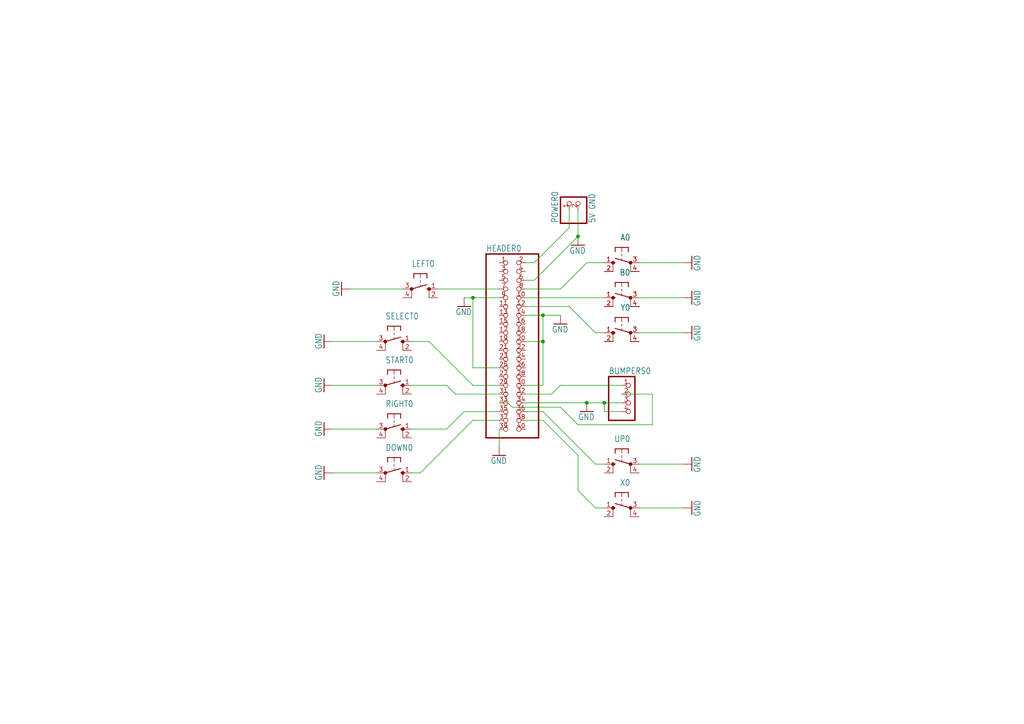
<source format=kicad_sch>
(kicad_sch (version 20230121) (generator eeschema)
  (paper "A4")
  (lib_symbols
    (symbol "working-eagle-import:10-XX"
      (property "Reference" "S" (at -6.35 -2.54 90))
      (symbol "10-XX_1_0"
        (circle (center 0 -2.54) (radius 0.127) (stroke (width 0.4064)))
        (polyline (pts (xy -4.445 -1.905) (xy -3.175 -1.905)) (stroke (width 0.254)))
        (polyline (pts (xy -4.445 0) (xy -4.445 -1.905)) (stroke (width 0.254)))
        (polyline (pts (xy -4.445 0) (xy -3.175 0)) (stroke (width 0.1524)))
        (polyline (pts (xy -4.445 1.905) (xy -4.445 0)) (stroke (width 0.254)))
        (polyline (pts (xy -4.445 1.905) (xy -3.175 1.905)) (stroke (width 0.254)))
        (polyline (pts (xy -2.54 0) (xy -1.905 0)) (stroke (width 0.1524)))
        (polyline (pts (xy -1.27 0) (xy -0.635 0)) (stroke (width 0.1524)))
        (polyline (pts (xy 0 -2.54) (xy -1.27 1.905)) (stroke (width 0.254)))
        (polyline (pts (xy 0 1.905) (xy 0 2.54)) (stroke (width 0.254)))
        (polyline (pts (xy 2.54 -2.54) (xy 0 -2.54)) (stroke (width 0.1524)))
        (polyline (pts (xy 2.54 2.54) (xy 0 2.54)) (stroke (width 0.1524)))
        (circle (center 0 2.54) (radius 0.127) (stroke (width 0.4064)))
        (pin passive line (at 0 5.08 270) (length 2.54) (name "S") (number "1"))
        (pin passive line (at 2.54 5.08 270) (length 2.54) (name "S1") (number "2"))
        (pin passive line (at 0 -5.08 90) (length 2.54) (name "P") (number "3"))
        (pin passive line (at 2.54 -5.08 90) (length 2.54) (name "P1") (number "4"))
      )
    )
    (symbol "working-eagle-import:GND" (power)
      (property "Value" "GND" (at -2.54 -2.54 0))
      (symbol "GND_1_0"
        (polyline (pts (xy -1.905 0) (xy 1.905 0)) (stroke (width 0.254)))
        (pin power_in line (at 0 2.54 270) (length 2.54) (name "GND") (number "1"))
      )
    )
    (symbol "working-eagle-import:PINHD-1X2"
      (property "Reference" "JP" (at -6.35 5.715 0))
      (symbol "PINHD-1X2_1_0"
        (polyline (pts (xy -6.35 -2.54) (xy 1.27 -2.54)) (stroke (width 0.4064)))
        (polyline (pts (xy -6.35 5.08) (xy -6.35 -2.54)) (stroke (width 0.4064)))
        (polyline (pts (xy 1.27 -2.54) (xy 1.27 5.08)) (stroke (width 0.4064)))
        (polyline (pts (xy 1.27 5.08) (xy -6.35 5.08)) (stroke (width 0.4064)))
        (pin passive inverted (at -2.54 2.54 0) (length 2.54) (name "1") (number "1"))
        (pin passive inverted (at -2.54 0 0) (length 2.54) (name "2") (number "2"))
      )
    )
    (symbol "working-eagle-import:PINHD-1X4"
      (property "Reference" "JP" (at -6.35 8.255 0))
      (symbol "PINHD-1X4_1_0"
        (polyline (pts (xy -6.35 -5.08) (xy 1.27 -5.08)) (stroke (width 0.4064)))
        (polyline (pts (xy -6.35 7.62) (xy -6.35 -5.08)) (stroke (width 0.4064)))
        (polyline (pts (xy 1.27 -5.08) (xy 1.27 7.62)) (stroke (width 0.4064)))
        (polyline (pts (xy 1.27 7.62) (xy -6.35 7.62)) (stroke (width 0.4064)))
        (pin passive inverted (at -2.54 5.08 0) (length 2.54) (name "1") (number "1"))
        (pin passive inverted (at -2.54 2.54 0) (length 2.54) (name "2") (number "2"))
        (pin passive inverted (at -2.54 0 0) (length 2.54) (name "3") (number "3"))
        (pin passive inverted (at -2.54 -2.54 0) (length 2.54) (name "4") (number "4"))
      )
    )
    (symbol "working-eagle-import:PINHD-2X20"
      (property "Reference" "JP" (at -6.35 26.035 0))
      (symbol "PINHD-2X20_1_0"
        (polyline (pts (xy -6.35 -27.94) (xy 8.89 -27.94)) (stroke (width 0.4064)))
        (polyline (pts (xy -6.35 25.4) (xy -6.35 -27.94)) (stroke (width 0.4064)))
        (polyline (pts (xy 8.89 -27.94) (xy 8.89 25.4)) (stroke (width 0.4064)))
        (polyline (pts (xy 8.89 25.4) (xy -6.35 25.4)) (stroke (width 0.4064)))
        (pin passive inverted (at -2.54 22.86 0) (length 2.54) (name "1") (number "1"))
        (pin passive inverted (at 5.08 12.7 180) (length 2.54) (name "10") (number "10"))
        (pin passive inverted (at -2.54 10.16 0) (length 2.54) (name "11") (number "11"))
        (pin passive inverted (at 5.08 10.16 180) (length 2.54) (name "12") (number "12"))
        (pin passive inverted (at -2.54 7.62 0) (length 2.54) (name "13") (number "13"))
        (pin passive inverted (at 5.08 7.62 180) (length 2.54) (name "14") (number "14"))
        (pin passive inverted (at -2.54 5.08 0) (length 2.54) (name "15") (number "15"))
        (pin passive inverted (at 5.08 5.08 180) (length 2.54) (name "16") (number "16"))
        (pin passive inverted (at -2.54 2.54 0) (length 2.54) (name "17") (number "17"))
        (pin passive inverted (at 5.08 2.54 180) (length 2.54) (name "18") (number "18"))
        (pin passive inverted (at -2.54 0 0) (length 2.54) (name "19") (number "19"))
        (pin passive inverted (at 5.08 22.86 180) (length 2.54) (name "2") (number "2"))
        (pin passive inverted (at 5.08 0 180) (length 2.54) (name "20") (number "20"))
        (pin passive inverted (at -2.54 -2.54 0) (length 2.54) (name "21") (number "21"))
        (pin passive inverted (at 5.08 -2.54 180) (length 2.54) (name "22") (number "22"))
        (pin passive inverted (at -2.54 -5.08 0) (length 2.54) (name "23") (number "23"))
        (pin passive inverted (at 5.08 -5.08 180) (length 2.54) (name "24") (number "24"))
        (pin passive inverted (at -2.54 -7.62 0) (length 2.54) (name "25") (number "25"))
        (pin passive inverted (at 5.08 -7.62 180) (length 2.54) (name "26") (number "26"))
        (pin passive inverted (at -2.54 -10.16 0) (length 2.54) (name "27") (number "27"))
        (pin passive inverted (at 5.08 -10.16 180) (length 2.54) (name "28") (number "28"))
        (pin passive inverted (at -2.54 -12.7 0) (length 2.54) (name "29") (number "29"))
        (pin passive inverted (at -2.54 20.32 0) (length 2.54) (name "3") (number "3"))
        (pin passive inverted (at 5.08 -12.7 180) (length 2.54) (name "30") (number "30"))
        (pin passive inverted (at -2.54 -15.24 0) (length 2.54) (name "31") (number "31"))
        (pin passive inverted (at 5.08 -15.24 180) (length 2.54) (name "32") (number "32"))
        (pin passive inverted (at -2.54 -17.78 0) (length 2.54) (name "33") (number "33"))
        (pin passive inverted (at 5.08 -17.78 180) (length 2.54) (name "34") (number "34"))
        (pin passive inverted (at -2.54 -20.32 0) (length 2.54) (name "35") (number "35"))
        (pin passive inverted (at 5.08 -20.32 180) (length 2.54) (name "36") (number "36"))
        (pin passive inverted (at -2.54 -22.86 0) (length 2.54) (name "37") (number "37"))
        (pin passive inverted (at 5.08 -22.86 180) (length 2.54) (name "38") (number "38"))
        (pin passive inverted (at -2.54 -25.4 0) (length 2.54) (name "39") (number "39"))
        (pin passive inverted (at 5.08 20.32 180) (length 2.54) (name "4") (number "4"))
        (pin passive inverted (at 5.08 -25.4 180) (length 2.54) (name "40") (number "40"))
        (pin passive inverted (at -2.54 17.78 0) (length 2.54) (name "5") (number "5"))
        (pin passive inverted (at 5.08 17.78 180) (length 2.54) (name "6") (number "6"))
        (pin passive inverted (at -2.54 15.24 0) (length 2.54) (name "7") (number "7"))
        (pin passive inverted (at 5.08 15.24 180) (length 2.54) (name "8") (number "8"))
        (pin passive inverted (at -2.54 12.7 0) (length 2.54) (name "9") (number "9"))
      )
    )
  )
  (junction (at 157.48 99.06))
  (junction (at 167.64 68.58))
  (junction (at 175.26 116.84))
  (junction (at 137.16 86.36))
  (junction (at 157.48 91.44))
  (junction (at 170.18 116.84))
  (wire (pts (xy 129.54 124.46) (xy 119.38 124.46)) (stroke (width 0.1524)))
  (wire (pts (xy 121.92 137.16) (xy 119.38 137.16)) (stroke (width 0.1524)))
  (wire (pts (xy 144.78 121.92) (xy 137.16 121.92)) (stroke (width 0.1524)))
  (wire (pts (xy 189.23 123.19) (xy 189.23 114.3)) (stroke (width 0.1524)))
  (wire (pts (xy 189.23 114.3) (xy 180.34 114.3)) (stroke (width 0.1524)))
  (wire (pts (xy 127 83.82) (xy 144.78 83.82)) (stroke (width 0.1524)))
  (wire (pts (xy 157.48 99.06) (xy 157.48 111.76)) (stroke (width 0.1524)))
  (wire (pts (xy 134.62 86.36) (xy 137.16 86.36)) (stroke (width 0.1524)))
  (wire (pts (xy 175.26 86.36) (xy 152.4 86.36)) (stroke (width 0.1524)))
  (wire (pts (xy 165.1 88.9) (xy 152.4 88.9)) (stroke (width 0.1524)))
  (wire (pts (xy 109.22 111.76) (xy 96.52 111.76)) (stroke (width 0.1524)))
  (wire (pts (xy 185.42 76.2) (xy 198.12 76.2)) (stroke (width 0.1524)))
  (wire (pts (xy 165.1 60.96) (xy 165.1 66.04)) (stroke (width 0.1524)))
  (wire (pts (xy 170.18 76.2) (xy 162.56 83.82)) (stroke (width 0.1524)))
  (wire (pts (xy 144.78 116.84) (xy 147.32 116.84)) (stroke (width 0.1524)))
  (wire (pts (xy 160.02 114.3) (xy 152.4 114.3)) (stroke (width 0.1524)))
  (wire (pts (xy 119.38 99.06) (xy 124.46 99.06)) (stroke (width 0.1524)))
  (wire (pts (xy 167.64 68.58) (xy 154.94 81.28)) (stroke (width 0.1524)))
  (wire (pts (xy 170.18 116.84) (xy 152.4 116.84)) (stroke (width 0.1524)))
  (wire (pts (xy 137.16 106.68) (xy 137.16 86.36)) (stroke (width 0.1524)))
  (wire (pts (xy 185.42 86.36) (xy 198.12 86.36)) (stroke (width 0.1524)))
  (wire (pts (xy 134.62 119.38) (xy 129.54 124.46)) (stroke (width 0.1524)))
  (wire (pts (xy 157.48 121.92) (xy 167.64 132.08)) (stroke (width 0.1524)))
  (wire (pts (xy 144.78 119.38) (xy 134.62 119.38)) (stroke (width 0.1524)))
  (wire (pts (xy 167.64 142.24) (xy 172.72 147.32)) (stroke (width 0.1524)))
  (wire (pts (xy 167.64 132.08) (xy 167.64 142.24)) (stroke (width 0.1524)))
  (wire (pts (xy 185.42 96.52) (xy 198.12 96.52)) (stroke (width 0.1524)))
  (wire (pts (xy 175.26 119.38) (xy 175.26 116.84)) (stroke (width 0.1524)))
  (wire (pts (xy 129.54 111.76) (xy 132.08 114.3)) (stroke (width 0.1524)))
  (wire (pts (xy 157.48 91.44) (xy 157.48 99.06)) (stroke (width 0.1524)))
  (wire (pts (xy 137.16 86.36) (xy 144.78 86.36)) (stroke (width 0.1524)))
  (wire (pts (xy 154.94 76.2) (xy 152.4 76.2)) (stroke (width 0.1524)))
  (wire (pts (xy 162.56 83.82) (xy 152.4 83.82)) (stroke (width 0.1524)))
  (wire (pts (xy 124.46 99.06) (xy 137.16 111.76)) (stroke (width 0.1524)))
  (wire (pts (xy 172.72 96.52) (xy 165.1 88.9)) (stroke (width 0.1524)))
  (wire (pts (xy 109.22 99.06) (xy 96.52 99.06)) (stroke (width 0.1524)))
  (wire (pts (xy 144.78 129.54) (xy 144.78 124.46)) (stroke (width 0.1524)))
  (wire (pts (xy 165.1 66.04) (xy 154.94 76.2)) (stroke (width 0.1524)))
  (wire (pts (xy 172.72 147.32) (xy 175.26 147.32)) (stroke (width 0.1524)))
  (wire (pts (xy 157.48 119.38) (xy 172.72 134.62)) (stroke (width 0.1524)))
  (wire (pts (xy 157.48 99.06) (xy 152.4 99.06)) (stroke (width 0.1524)))
  (wire (pts (xy 167.64 60.96) (xy 167.64 68.58)) (stroke (width 0.1524)))
  (wire (pts (xy 180.34 116.84) (xy 175.26 116.84)) (stroke (width 0.1524)))
  (wire (pts (xy 185.42 134.62) (xy 198.12 134.62)) (stroke (width 0.1524)))
  (wire (pts (xy 175.26 116.84) (xy 170.18 116.84)) (stroke (width 0.1524)))
  (wire (pts (xy 175.26 76.2) (xy 170.18 76.2)) (stroke (width 0.1524)))
  (wire (pts (xy 119.38 111.76) (xy 129.54 111.76)) (stroke (width 0.1524)))
  (wire (pts (xy 180.34 111.76) (xy 162.56 111.76)) (stroke (width 0.1524)))
  (wire (pts (xy 185.42 147.32) (xy 198.12 147.32)) (stroke (width 0.1524)))
  (wire (pts (xy 137.16 121.92) (xy 121.92 137.16)) (stroke (width 0.1524)))
  (wire (pts (xy 148.59 118.11) (xy 162.56 118.11)) (stroke (width 0.1524)))
  (wire (pts (xy 172.72 134.62) (xy 175.26 134.62)) (stroke (width 0.1524)))
  (wire (pts (xy 152.4 121.92) (xy 157.48 121.92)) (stroke (width 0.1524)))
  (wire (pts (xy 180.34 119.38) (xy 175.26 119.38)) (stroke (width 0.1524)))
  (wire (pts (xy 152.4 119.38) (xy 157.48 119.38)) (stroke (width 0.1524)))
  (wire (pts (xy 109.22 137.16) (xy 96.52 137.16)) (stroke (width 0.1524)))
  (wire (pts (xy 162.56 118.11) (xy 167.64 123.19)) (stroke (width 0.1524)))
  (wire (pts (xy 137.16 111.76) (xy 144.78 111.76)) (stroke (width 0.1524)))
  (wire (pts (xy 116.84 83.82) (xy 101.6 83.82)) (stroke (width 0.1524)))
  (wire (pts (xy 175.26 96.52) (xy 172.72 96.52)) (stroke (width 0.1524)))
  (wire (pts (xy 162.56 91.44) (xy 157.48 91.44)) (stroke (width 0.1524)))
  (wire (pts (xy 109.22 124.46) (xy 96.52 124.46)) (stroke (width 0.1524)))
  (wire (pts (xy 157.48 91.44) (xy 152.4 91.44)) (stroke (width 0.1524)))
  (wire (pts (xy 154.94 81.28) (xy 152.4 81.28)) (stroke (width 0.1524)))
  (wire (pts (xy 137.16 106.68) (xy 144.78 106.68)) (stroke (width 0.1524)))
  (wire (pts (xy 162.56 111.76) (xy 160.02 114.3)) (stroke (width 0.1524)))
  (wire (pts (xy 167.64 123.19) (xy 189.23 123.19)) (stroke (width 0.1524)))
  (wire (pts (xy 157.48 111.76) (xy 152.4 111.76)) (stroke (width 0.1524)))
  (wire (pts (xy 132.08 114.3) (xy 144.78 114.3)) (stroke (width 0.1524)))
  (wire (pts (xy 147.32 116.84) (xy 148.59 118.11)) (stroke (width 0.1524)))
  (symbol (lib_id "working-eagle-import:10-XX") (at 114.3 137.16 270) (unit 1)
    (property "Reference" "DOWN0" (at 111.76 130.81 90) (effects (font (size 1.778 1.5113)) (justify left bottom)))
    (property "Value" "10-XX" (effects hide))
    (property "Footprint" "working:B3F-10XX" (effects hide))
  )
  (symbol (lib_id "working-eagle-import:10-XX") (at 114.3 111.76 270) (unit 1)
    (property "Reference" "START0" (at 111.76 105.41 90) (effects (font (size 1.778 1.5113)) (justify left bottom)))
    (property "Value" "10-XX" (effects hide))
    (property "Footprint" "working:B3F-10XX" (effects hide))
  )
  (symbol (lib_id "working-eagle-import:GND") (at 200.66 96.52 90) (unit 1)
    (property "Reference" "#GND15" (effects hide))
    (property "Value" "GND" (at 203.2 99.06 0) (effects (font (size 1.778 1.5113)) (justify left bottom)))
  )
  (symbol (lib_id "working-eagle-import:10-XX") (at 121.92 83.82 270) (unit 1)
    (property "Reference" "LEFT0" (at 119.38 77.47 90) (effects (font (size 1.778 1.5113)) (justify left bottom)))
    (property "Value" "10-XX" (effects hide))
    (property "Footprint" "working:B3F-10XX" (effects hide))
  )
  (symbol (lib_id "working-eagle-import:GND") (at 93.98 111.76 270) (unit 1)
    (property "Reference" "#GND6" (effects hide))
    (property "Value" "GND" (at 91.44 109.22 0) (effects (font (size 1.778 1.5113)) (justify left bottom)))
  )
  (symbol (lib_id "working-eagle-import:GND") (at 162.56 93.98 0) (unit 1)
    (property "Reference" "#GND9" (effects hide))
    (property "Value" "GND" (at 160.02 96.52 0) (effects (font (size 1.778 1.5113)) (justify left bottom)))
  )
  (symbol (lib_id "working-eagle-import:GND") (at 93.98 137.16 270) (unit 1)
    (property "Reference" "#GND4" (effects hide))
    (property "Value" "GND" (at 91.44 134.62 0) (effects (font (size 1.778 1.5113)) (justify left bottom)))
  )
  (symbol (lib_id "working-eagle-import:GND") (at 200.66 147.32 90) (unit 1)
    (property "Reference" "#GND16" (effects hide))
    (property "Value" "GND" (at 203.2 149.86 0) (effects (font (size 1.778 1.5113)) (justify left bottom)))
  )
  (symbol (lib_id "working-eagle-import:GND") (at 200.66 134.62 90) (unit 1)
    (property "Reference" "#GND2" (effects hide))
    (property "Value" "GND" (at 203.2 137.16 0) (effects (font (size 1.778 1.5113)) (justify left bottom)))
  )
  (symbol (lib_id "working-eagle-import:PINHD-1X4") (at 182.88 116.84 0) (unit 1)
    (property "Reference" "BUMPERS0" (at 176.53 108.585 0) (effects (font (size 1.778 1.5113)) (justify left bottom)))
    (property "Value" "PINHD-1X4" (effects hide))
    (property "Footprint" "working:1X04" (effects hide))
  )
  (symbol (lib_id "working-eagle-import:10-XX") (at 114.3 124.46 270) (unit 1)
    (property "Reference" "RIGHT0" (at 111.76 118.11 90) (effects (font (size 1.778 1.5113)) (justify left bottom)))
    (property "Value" "10-XX" (effects hide))
    (property "Footprint" "working:B3F-10XX" (effects hide))
  )
  (symbol (lib_id "working-eagle-import:GND") (at 200.66 86.36 90) (unit 1)
    (property "Reference" "#GND18" (effects hide))
    (property "Value" "GND" (at 203.2 88.9 0) (effects (font (size 1.778 1.5113)) (justify left bottom)))
  )
  (symbol (lib_id "working-eagle-import:GND") (at 170.18 119.38 0) (unit 1)
    (property "Reference" "#GND19" (effects hide))
    (property "Value" "GND" (at 167.64 121.92 0) (effects (font (size 1.778 1.5113)) (justify left bottom)))
  )
  (symbol (lib_id "working-eagle-import:GND") (at 93.98 124.46 270) (unit 1)
    (property "Reference" "#GND3" (effects hide))
    (property "Value" "GND" (at 91.44 121.92 0) (effects (font (size 1.778 1.5113)) (justify left bottom)))
  )
  (symbol (lib_id "working-eagle-import:GND") (at 93.98 99.06 270) (unit 1)
    (property "Reference" "#GND5" (effects hide))
    (property "Value" "GND" (at 91.44 96.52 0) (effects (font (size 1.778 1.5113)) (justify left bottom)))
  )
  (symbol (lib_id "working-eagle-import:PINHD-1X2") (at 167.64 58.42 90) (unit 1)
    (property "Reference" "POWER0" (at 161.925 64.77 0) (effects (font (size 1.778 1.5113)) (justify left bottom)))
    (property "Value" "5V GND" (at 172.72 64.77 0) (effects (font (size 1.778 1.5113)) (justify left bottom)))
    (property "Footprint" "working:1X02" (effects hide))
  )
  (symbol (lib_id "working-eagle-import:GND") (at 144.78 132.08 0) (unit 1)
    (property "Reference" "#GND14" (effects hide))
    (property "Value" "GND" (at 142.24 134.62 0) (effects (font (size 1.778 1.5113)) (justify left bottom)))
  )
  (symbol (lib_id "working-eagle-import:PINHD-2X20") (at 147.32 99.06 0) (unit 1)
    (property "Reference" "HEADER0" (at 140.97 73.025 0) (effects (font (size 1.778 1.5113)) (justify left bottom)))
    (property "Value" "PINHD-2X20" (effects hide))
    (property "Footprint" "working:2X20" (effects hide))
  )
  (symbol (lib_id "working-eagle-import:10-XX") (at 180.34 147.32 90) (mirror x) (unit 1)
    (property "Reference" "X0" (at 182.88 140.97 90) (effects (font (size 1.778 1.5113)) (justify left bottom)))
    (property "Value" "10-XX" (effects hide))
    (property "Footprint" "working:B3F-10XX" (effects hide))
  )
  (symbol (lib_id "working-eagle-import:10-XX") (at 180.34 76.2 90) (mirror x) (unit 1)
    (property "Reference" "A0" (at 182.88 69.85 90) (effects (font (size 1.778 1.5113)) (justify left bottom)))
    (property "Value" "10-XX" (effects hide))
    (property "Footprint" "working:B3F-10XX" (effects hide))
  )
  (symbol (lib_id "working-eagle-import:10-XX") (at 180.34 134.62 90) (mirror x) (unit 1)
    (property "Reference" "UP0" (at 182.88 128.27 90) (effects (font (size 1.778 1.5113)) (justify left bottom)))
    (property "Value" "10-XX" (effects hide))
    (property "Footprint" "working:B3F-10XX" (effects hide))
  )
  (symbol (lib_id "working-eagle-import:GND") (at 99.06 83.82 270) (unit 1)
    (property "Reference" "#GND1" (effects hide))
    (property "Value" "GND" (at 96.52 81.28 0) (effects (font (size 1.778 1.5113)) (justify left bottom)))
  )
  (symbol (lib_id "working-eagle-import:GND") (at 167.64 71.12 0) (unit 1)
    (property "Reference" "#GND21" (effects hide))
    (property "Value" "GND" (at 165.1 73.66 0) (effects (font (size 1.778 1.5113)) (justify left bottom)))
  )
  (symbol (lib_id "working-eagle-import:10-XX") (at 180.34 96.52 90) (mirror x) (unit 1)
    (property "Reference" "Y0" (at 182.88 90.17 90) (effects (font (size 1.778 1.5113)) (justify left bottom)))
    (property "Value" "10-XX" (effects hide))
    (property "Footprint" "working:B3F-10XX" (effects hide))
  )
  (symbol (lib_id "working-eagle-import:GND") (at 200.66 76.2 90) (unit 1)
    (property "Reference" "#GND17" (effects hide))
    (property "Value" "GND" (at 203.2 78.74 0) (effects (font (size 1.778 1.5113)) (justify left bottom)))
  )
  (symbol (lib_id "working-eagle-import:GND") (at 134.62 88.9 0) (unit 1)
    (property "Reference" "#GND8" (effects hide))
    (property "Value" "GND" (at 132.08 91.44 0) (effects (font (size 1.778 1.5113)) (justify left bottom)))
  )
  (symbol (lib_id "working-eagle-import:10-XX") (at 180.34 86.36 90) (mirror x) (unit 1)
    (property "Reference" "B0" (at 182.88 80.01 90) (effects (font (size 1.778 1.5113)) (justify left bottom)))
    (property "Value" "10-XX" (effects hide))
    (property "Footprint" "working:B3F-10XX" (effects hide))
  )
  (symbol (lib_id "working-eagle-import:10-XX") (at 114.3 99.06 270) (unit 1)
    (property "Reference" "SELECT0" (at 111.76 92.71 90) (effects (font (size 1.778 1.5113)) (justify left bottom)))
    (property "Value" "10-XX" (effects hide))
    (property "Footprint" "working:B3F-10XX" (effects hide))
  )
)
</source>
